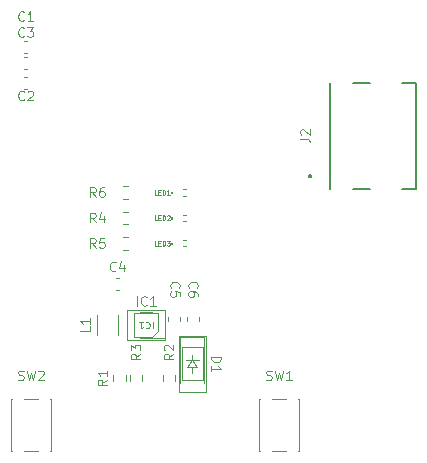
<source format=gbr>
%TF.GenerationSoftware,Flux,Pcbnew,7.0.11-7.0.11~ubuntu20.04.1*%
%TF.CreationDate,2024-08-16T08:07:52+00:00*%
%TF.ProjectId,input,696e7075-742e-46b6-9963-61645f706362,rev?*%
%TF.SameCoordinates,Original*%
%TF.FileFunction,Legend,Top*%
%TF.FilePolarity,Positive*%
%FSLAX46Y46*%
G04 Gerber Fmt 4.6, Leading zero omitted, Abs format (unit mm)*
G04 Filename: betterflipperzero*
G04 Build it with Flux! Visit our site at: https://www.flux.ai (PCBNEW 7.0.11-7.0.11~ubuntu20.04.1) date 2024-08-16 08:07:52*
%MOMM*%
%LPD*%
G01*
G04 APERTURE LIST*
%ADD10C,0.095000*%
%ADD11C,0.047500*%
%ADD12C,0.066500*%
%ADD13C,0.120000*%
%ADD14C,0.100000*%
%ADD15C,0.050000*%
%ADD16C,0.200000*%
%ADD17C,0.127000*%
G04 APERTURE END LIST*
D10*
X30275332Y-34085867D02*
X30237237Y-34047771D01*
X30237237Y-34047771D02*
X30199141Y-33933486D01*
X30199141Y-33933486D02*
X30199141Y-33857295D01*
X30199141Y-33857295D02*
X30237237Y-33743009D01*
X30237237Y-33743009D02*
X30313427Y-33666819D01*
X30313427Y-33666819D02*
X30389617Y-33628724D01*
X30389617Y-33628724D02*
X30541998Y-33590628D01*
X30541998Y-33590628D02*
X30656284Y-33590628D01*
X30656284Y-33590628D02*
X30808665Y-33628724D01*
X30808665Y-33628724D02*
X30884856Y-33666819D01*
X30884856Y-33666819D02*
X30961046Y-33743009D01*
X30961046Y-33743009D02*
X30999141Y-33857295D01*
X30999141Y-33857295D02*
X30999141Y-33933486D01*
X30999141Y-33933486D02*
X30961046Y-34047771D01*
X30961046Y-34047771D02*
X30922951Y-34085867D01*
X30999141Y-34771581D02*
X30999141Y-34619200D01*
X30999141Y-34619200D02*
X30961046Y-34543009D01*
X30961046Y-34543009D02*
X30922951Y-34504914D01*
X30922951Y-34504914D02*
X30808665Y-34428724D01*
X30808665Y-34428724D02*
X30656284Y-34390628D01*
X30656284Y-34390628D02*
X30351522Y-34390628D01*
X30351522Y-34390628D02*
X30275332Y-34428724D01*
X30275332Y-34428724D02*
X30237237Y-34466819D01*
X30237237Y-34466819D02*
X30199141Y-34543009D01*
X30199141Y-34543009D02*
X30199141Y-34695390D01*
X30199141Y-34695390D02*
X30237237Y-34771581D01*
X30237237Y-34771581D02*
X30275332Y-34809676D01*
X30275332Y-34809676D02*
X30351522Y-34847771D01*
X30351522Y-34847771D02*
X30541998Y-34847771D01*
X30541998Y-34847771D02*
X30618189Y-34809676D01*
X30618189Y-34809676D02*
X30656284Y-34771581D01*
X30656284Y-34771581D02*
X30694379Y-34695390D01*
X30694379Y-34695390D02*
X30694379Y-34543009D01*
X30694379Y-34543009D02*
X30656284Y-34466819D01*
X30656284Y-34466819D02*
X30618189Y-34428724D01*
X30618189Y-34428724D02*
X30541998Y-34390628D01*
X16280967Y-12758164D02*
X16242871Y-12796260D01*
X16242871Y-12796260D02*
X16128586Y-12834355D01*
X16128586Y-12834355D02*
X16052395Y-12834355D01*
X16052395Y-12834355D02*
X15938109Y-12796260D01*
X15938109Y-12796260D02*
X15861919Y-12720069D01*
X15861919Y-12720069D02*
X15823824Y-12643879D01*
X15823824Y-12643879D02*
X15785728Y-12491498D01*
X15785728Y-12491498D02*
X15785728Y-12377212D01*
X15785728Y-12377212D02*
X15823824Y-12224831D01*
X15823824Y-12224831D02*
X15861919Y-12148640D01*
X15861919Y-12148640D02*
X15938109Y-12072450D01*
X15938109Y-12072450D02*
X16052395Y-12034355D01*
X16052395Y-12034355D02*
X16128586Y-12034355D01*
X16128586Y-12034355D02*
X16242871Y-12072450D01*
X16242871Y-12072450D02*
X16280967Y-12110545D01*
X16547633Y-12034355D02*
X17042871Y-12034355D01*
X17042871Y-12034355D02*
X16776205Y-12339117D01*
X16776205Y-12339117D02*
X16890490Y-12339117D01*
X16890490Y-12339117D02*
X16966681Y-12377212D01*
X16966681Y-12377212D02*
X17004776Y-12415307D01*
X17004776Y-12415307D02*
X17042871Y-12491498D01*
X17042871Y-12491498D02*
X17042871Y-12681974D01*
X17042871Y-12681974D02*
X17004776Y-12758164D01*
X17004776Y-12758164D02*
X16966681Y-12796260D01*
X16966681Y-12796260D02*
X16890490Y-12834355D01*
X16890490Y-12834355D02*
X16661919Y-12834355D01*
X16661919Y-12834355D02*
X16585728Y-12796260D01*
X16585728Y-12796260D02*
X16547633Y-12758164D01*
X23299455Y-41852537D02*
X22918502Y-42119204D01*
X23299455Y-42309680D02*
X22499455Y-42309680D01*
X22499455Y-42309680D02*
X22499455Y-42004918D01*
X22499455Y-42004918D02*
X22537550Y-41928728D01*
X22537550Y-41928728D02*
X22575645Y-41890633D01*
X22575645Y-41890633D02*
X22651836Y-41852537D01*
X22651836Y-41852537D02*
X22766121Y-41852537D01*
X22766121Y-41852537D02*
X22842312Y-41890633D01*
X22842312Y-41890633D02*
X22880407Y-41928728D01*
X22880407Y-41928728D02*
X22918502Y-42004918D01*
X22918502Y-42004918D02*
X22918502Y-42309680D01*
X23299455Y-41090633D02*
X23299455Y-41547776D01*
X23299455Y-41319204D02*
X22499455Y-41319204D01*
X22499455Y-41319204D02*
X22613740Y-41395395D01*
X22613740Y-41395395D02*
X22689931Y-41471585D01*
X22689931Y-41471585D02*
X22728026Y-41547776D01*
X28929447Y-39652532D02*
X28548494Y-39919199D01*
X28929447Y-40109675D02*
X28129447Y-40109675D01*
X28129447Y-40109675D02*
X28129447Y-39804913D01*
X28129447Y-39804913D02*
X28167542Y-39728723D01*
X28167542Y-39728723D02*
X28205637Y-39690628D01*
X28205637Y-39690628D02*
X28281828Y-39652532D01*
X28281828Y-39652532D02*
X28396113Y-39652532D01*
X28396113Y-39652532D02*
X28472304Y-39690628D01*
X28472304Y-39690628D02*
X28510399Y-39728723D01*
X28510399Y-39728723D02*
X28548494Y-39804913D01*
X28548494Y-39804913D02*
X28548494Y-40109675D01*
X28205637Y-39347771D02*
X28167542Y-39309675D01*
X28167542Y-39309675D02*
X28129447Y-39233485D01*
X28129447Y-39233485D02*
X28129447Y-39043009D01*
X28129447Y-39043009D02*
X28167542Y-38966818D01*
X28167542Y-38966818D02*
X28205637Y-38928723D01*
X28205637Y-38928723D02*
X28281828Y-38890628D01*
X28281828Y-38890628D02*
X28358018Y-38890628D01*
X28358018Y-38890628D02*
X28472304Y-38928723D01*
X28472304Y-38928723D02*
X28929447Y-39385866D01*
X28929447Y-39385866D02*
X28929447Y-38890628D01*
X32149144Y-39928722D02*
X32949144Y-39928722D01*
X32949144Y-39928722D02*
X32949144Y-40119198D01*
X32949144Y-40119198D02*
X32911049Y-40233484D01*
X32911049Y-40233484D02*
X32834859Y-40309674D01*
X32834859Y-40309674D02*
X32758668Y-40347769D01*
X32758668Y-40347769D02*
X32606287Y-40385865D01*
X32606287Y-40385865D02*
X32492001Y-40385865D01*
X32492001Y-40385865D02*
X32339620Y-40347769D01*
X32339620Y-40347769D02*
X32263430Y-40309674D01*
X32263430Y-40309674D02*
X32187240Y-40233484D01*
X32187240Y-40233484D02*
X32149144Y-40119198D01*
X32149144Y-40119198D02*
X32149144Y-39928722D01*
X32149144Y-41147769D02*
X32149144Y-40690626D01*
X32149144Y-40919198D02*
X32949144Y-40919198D01*
X32949144Y-40919198D02*
X32834859Y-40843007D01*
X32834859Y-40843007D02*
X32758668Y-40766817D01*
X32758668Y-40766817D02*
X32720573Y-40690626D01*
X32149144Y-39928722D02*
X32949144Y-39928722D01*
X32949144Y-39928722D02*
X32949144Y-40119198D01*
X32949144Y-40119198D02*
X32911049Y-40233484D01*
X32911049Y-40233484D02*
X32834859Y-40309674D01*
X32834859Y-40309674D02*
X32758668Y-40347769D01*
X32758668Y-40347769D02*
X32606287Y-40385865D01*
X32606287Y-40385865D02*
X32492001Y-40385865D01*
X32492001Y-40385865D02*
X32339620Y-40347769D01*
X32339620Y-40347769D02*
X32263430Y-40309674D01*
X32263430Y-40309674D02*
X32187240Y-40233484D01*
X32187240Y-40233484D02*
X32149144Y-40119198D01*
X32149144Y-40119198D02*
X32149144Y-39928722D01*
X32149144Y-41147769D02*
X32149144Y-40690626D01*
X32149144Y-40919198D02*
X32949144Y-40919198D01*
X32949144Y-40919198D02*
X32834859Y-40843007D01*
X32834859Y-40843007D02*
X32758668Y-40766817D01*
X32758668Y-40766817D02*
X32720573Y-40690626D01*
X21829455Y-37352540D02*
X21829455Y-37733492D01*
X21829455Y-37733492D02*
X21029455Y-37733492D01*
X21829455Y-36666826D02*
X21829455Y-37123969D01*
X21829455Y-36895397D02*
X21029455Y-36895397D01*
X21029455Y-36895397D02*
X21143740Y-36971588D01*
X21143740Y-36971588D02*
X21219931Y-37047778D01*
X21219931Y-37047778D02*
X21258026Y-37123969D01*
D11*
X27516681Y-26201777D02*
X27326205Y-26201777D01*
X27326205Y-26201777D02*
X27326205Y-25801777D01*
X27650015Y-25992253D02*
X27783348Y-25992253D01*
X27840491Y-26201777D02*
X27650015Y-26201777D01*
X27650015Y-26201777D02*
X27650015Y-25801777D01*
X27650015Y-25801777D02*
X27840491Y-25801777D01*
X28011920Y-26201777D02*
X28011920Y-25801777D01*
X28011920Y-25801777D02*
X28107158Y-25801777D01*
X28107158Y-25801777D02*
X28164301Y-25820825D01*
X28164301Y-25820825D02*
X28202396Y-25858920D01*
X28202396Y-25858920D02*
X28221443Y-25897015D01*
X28221443Y-25897015D02*
X28240491Y-25973206D01*
X28240491Y-25973206D02*
X28240491Y-26030349D01*
X28240491Y-26030349D02*
X28221443Y-26106539D01*
X28221443Y-26106539D02*
X28202396Y-26144634D01*
X28202396Y-26144634D02*
X28164301Y-26182730D01*
X28164301Y-26182730D02*
X28107158Y-26201777D01*
X28107158Y-26201777D02*
X28011920Y-26201777D01*
X28621443Y-26201777D02*
X28392872Y-26201777D01*
X28507158Y-26201777D02*
X28507158Y-25801777D01*
X28507158Y-25801777D02*
X28469062Y-25858920D01*
X28469062Y-25858920D02*
X28430967Y-25897015D01*
X28430967Y-25897015D02*
X28392872Y-25916063D01*
D10*
X24030971Y-32578164D02*
X23992875Y-32616260D01*
X23992875Y-32616260D02*
X23878590Y-32654355D01*
X23878590Y-32654355D02*
X23802399Y-32654355D01*
X23802399Y-32654355D02*
X23688113Y-32616260D01*
X23688113Y-32616260D02*
X23611923Y-32540069D01*
X23611923Y-32540069D02*
X23573828Y-32463879D01*
X23573828Y-32463879D02*
X23535732Y-32311498D01*
X23535732Y-32311498D02*
X23535732Y-32197212D01*
X23535732Y-32197212D02*
X23573828Y-32044831D01*
X23573828Y-32044831D02*
X23611923Y-31968640D01*
X23611923Y-31968640D02*
X23688113Y-31892450D01*
X23688113Y-31892450D02*
X23802399Y-31854355D01*
X23802399Y-31854355D02*
X23878590Y-31854355D01*
X23878590Y-31854355D02*
X23992875Y-31892450D01*
X23992875Y-31892450D02*
X24030971Y-31930545D01*
X24716685Y-32121021D02*
X24716685Y-32654355D01*
X24526209Y-31816260D02*
X24335732Y-32387688D01*
X24335732Y-32387688D02*
X24830971Y-32387688D01*
D11*
X27516681Y-28351777D02*
X27326205Y-28351777D01*
X27326205Y-28351777D02*
X27326205Y-27951777D01*
X27650015Y-28142253D02*
X27783348Y-28142253D01*
X27840491Y-28351777D02*
X27650015Y-28351777D01*
X27650015Y-28351777D02*
X27650015Y-27951777D01*
X27650015Y-27951777D02*
X27840491Y-27951777D01*
X28011920Y-28351777D02*
X28011920Y-27951777D01*
X28011920Y-27951777D02*
X28107158Y-27951777D01*
X28107158Y-27951777D02*
X28164301Y-27970825D01*
X28164301Y-27970825D02*
X28202396Y-28008920D01*
X28202396Y-28008920D02*
X28221443Y-28047015D01*
X28221443Y-28047015D02*
X28240491Y-28123206D01*
X28240491Y-28123206D02*
X28240491Y-28180349D01*
X28240491Y-28180349D02*
X28221443Y-28256539D01*
X28221443Y-28256539D02*
X28202396Y-28294634D01*
X28202396Y-28294634D02*
X28164301Y-28332730D01*
X28164301Y-28332730D02*
X28107158Y-28351777D01*
X28107158Y-28351777D02*
X28011920Y-28351777D01*
X28392872Y-27989872D02*
X28411920Y-27970825D01*
X28411920Y-27970825D02*
X28450015Y-27951777D01*
X28450015Y-27951777D02*
X28545253Y-27951777D01*
X28545253Y-27951777D02*
X28583348Y-27970825D01*
X28583348Y-27970825D02*
X28602396Y-27989872D01*
X28602396Y-27989872D02*
X28621443Y-28027968D01*
X28621443Y-28027968D02*
X28621443Y-28066063D01*
X28621443Y-28066063D02*
X28602396Y-28123206D01*
X28602396Y-28123206D02*
X28373824Y-28351777D01*
X28373824Y-28351777D02*
X28621443Y-28351777D01*
D10*
X22330967Y-30684355D02*
X22064300Y-30303402D01*
X21873824Y-30684355D02*
X21873824Y-29884355D01*
X21873824Y-29884355D02*
X22178586Y-29884355D01*
X22178586Y-29884355D02*
X22254776Y-29922450D01*
X22254776Y-29922450D02*
X22292871Y-29960545D01*
X22292871Y-29960545D02*
X22330967Y-30036736D01*
X22330967Y-30036736D02*
X22330967Y-30151021D01*
X22330967Y-30151021D02*
X22292871Y-30227212D01*
X22292871Y-30227212D02*
X22254776Y-30265307D01*
X22254776Y-30265307D02*
X22178586Y-30303402D01*
X22178586Y-30303402D02*
X21873824Y-30303402D01*
X23054776Y-29884355D02*
X22673824Y-29884355D01*
X22673824Y-29884355D02*
X22635728Y-30265307D01*
X22635728Y-30265307D02*
X22673824Y-30227212D01*
X22673824Y-30227212D02*
X22750014Y-30189117D01*
X22750014Y-30189117D02*
X22940490Y-30189117D01*
X22940490Y-30189117D02*
X23016681Y-30227212D01*
X23016681Y-30227212D02*
X23054776Y-30265307D01*
X23054776Y-30265307D02*
X23092871Y-30341498D01*
X23092871Y-30341498D02*
X23092871Y-30531974D01*
X23092871Y-30531974D02*
X23054776Y-30608164D01*
X23054776Y-30608164D02*
X23016681Y-30646260D01*
X23016681Y-30646260D02*
X22940490Y-30684355D01*
X22940490Y-30684355D02*
X22750014Y-30684355D01*
X22750014Y-30684355D02*
X22673824Y-30646260D01*
X22673824Y-30646260D02*
X22635728Y-30608164D01*
X28725332Y-34085867D02*
X28687237Y-34047771D01*
X28687237Y-34047771D02*
X28649141Y-33933486D01*
X28649141Y-33933486D02*
X28649141Y-33857295D01*
X28649141Y-33857295D02*
X28687237Y-33743009D01*
X28687237Y-33743009D02*
X28763427Y-33666819D01*
X28763427Y-33666819D02*
X28839617Y-33628724D01*
X28839617Y-33628724D02*
X28991998Y-33590628D01*
X28991998Y-33590628D02*
X29106284Y-33590628D01*
X29106284Y-33590628D02*
X29258665Y-33628724D01*
X29258665Y-33628724D02*
X29334856Y-33666819D01*
X29334856Y-33666819D02*
X29411046Y-33743009D01*
X29411046Y-33743009D02*
X29449141Y-33857295D01*
X29449141Y-33857295D02*
X29449141Y-33933486D01*
X29449141Y-33933486D02*
X29411046Y-34047771D01*
X29411046Y-34047771D02*
X29372951Y-34085867D01*
X29449141Y-34809676D02*
X29449141Y-34428724D01*
X29449141Y-34428724D02*
X29068189Y-34390628D01*
X29068189Y-34390628D02*
X29106284Y-34428724D01*
X29106284Y-34428724D02*
X29144379Y-34504914D01*
X29144379Y-34504914D02*
X29144379Y-34695390D01*
X29144379Y-34695390D02*
X29106284Y-34771581D01*
X29106284Y-34771581D02*
X29068189Y-34809676D01*
X29068189Y-34809676D02*
X28991998Y-34847771D01*
X28991998Y-34847771D02*
X28801522Y-34847771D01*
X28801522Y-34847771D02*
X28725332Y-34809676D01*
X28725332Y-34809676D02*
X28687237Y-34771581D01*
X28687237Y-34771581D02*
X28649141Y-34695390D01*
X28649141Y-34695390D02*
X28649141Y-34504914D01*
X28649141Y-34504914D02*
X28687237Y-34428724D01*
X28687237Y-34428724D02*
X28725332Y-34390628D01*
X22330967Y-28534355D02*
X22064300Y-28153402D01*
X21873824Y-28534355D02*
X21873824Y-27734355D01*
X21873824Y-27734355D02*
X22178586Y-27734355D01*
X22178586Y-27734355D02*
X22254776Y-27772450D01*
X22254776Y-27772450D02*
X22292871Y-27810545D01*
X22292871Y-27810545D02*
X22330967Y-27886736D01*
X22330967Y-27886736D02*
X22330967Y-28001021D01*
X22330967Y-28001021D02*
X22292871Y-28077212D01*
X22292871Y-28077212D02*
X22254776Y-28115307D01*
X22254776Y-28115307D02*
X22178586Y-28153402D01*
X22178586Y-28153402D02*
X21873824Y-28153402D01*
X23016681Y-28001021D02*
X23016681Y-28534355D01*
X22826205Y-27696260D02*
X22635728Y-28267688D01*
X22635728Y-28267688D02*
X23130967Y-28267688D01*
D12*
X27160966Y-36963591D02*
X27160966Y-37523591D01*
X26574299Y-37016924D02*
X26600966Y-36990258D01*
X26600966Y-36990258D02*
X26680966Y-36963591D01*
X26680966Y-36963591D02*
X26734299Y-36963591D01*
X26734299Y-36963591D02*
X26814299Y-36990258D01*
X26814299Y-36990258D02*
X26867633Y-37043591D01*
X26867633Y-37043591D02*
X26894299Y-37096924D01*
X26894299Y-37096924D02*
X26920966Y-37203591D01*
X26920966Y-37203591D02*
X26920966Y-37283591D01*
X26920966Y-37283591D02*
X26894299Y-37390258D01*
X26894299Y-37390258D02*
X26867633Y-37443591D01*
X26867633Y-37443591D02*
X26814299Y-37496924D01*
X26814299Y-37496924D02*
X26734299Y-37523591D01*
X26734299Y-37523591D02*
X26680966Y-37523591D01*
X26680966Y-37523591D02*
X26600966Y-37496924D01*
X26600966Y-37496924D02*
X26574299Y-37470258D01*
X26040966Y-36963591D02*
X26360966Y-36963591D01*
X26200966Y-36963591D02*
X26200966Y-37523591D01*
X26200966Y-37523591D02*
X26254299Y-37443591D01*
X26254299Y-37443591D02*
X26307633Y-37390258D01*
X26307633Y-37390258D02*
X26360966Y-37363591D01*
D10*
X25833353Y-35584355D02*
X25833353Y-34784355D01*
X26671448Y-35508164D02*
X26633352Y-35546260D01*
X26633352Y-35546260D02*
X26519067Y-35584355D01*
X26519067Y-35584355D02*
X26442876Y-35584355D01*
X26442876Y-35584355D02*
X26328590Y-35546260D01*
X26328590Y-35546260D02*
X26252400Y-35470069D01*
X26252400Y-35470069D02*
X26214305Y-35393879D01*
X26214305Y-35393879D02*
X26176209Y-35241498D01*
X26176209Y-35241498D02*
X26176209Y-35127212D01*
X26176209Y-35127212D02*
X26214305Y-34974831D01*
X26214305Y-34974831D02*
X26252400Y-34898640D01*
X26252400Y-34898640D02*
X26328590Y-34822450D01*
X26328590Y-34822450D02*
X26442876Y-34784355D01*
X26442876Y-34784355D02*
X26519067Y-34784355D01*
X26519067Y-34784355D02*
X26633352Y-34822450D01*
X26633352Y-34822450D02*
X26671448Y-34860545D01*
X27433352Y-35584355D02*
X26976209Y-35584355D01*
X27204781Y-35584355D02*
X27204781Y-34784355D01*
X27204781Y-34784355D02*
X27128590Y-34898640D01*
X27128590Y-34898640D02*
X27052400Y-34974831D01*
X27052400Y-34974831D02*
X26976209Y-35012926D01*
X22330967Y-26384355D02*
X22064300Y-26003402D01*
X21873824Y-26384355D02*
X21873824Y-25584355D01*
X21873824Y-25584355D02*
X22178586Y-25584355D01*
X22178586Y-25584355D02*
X22254776Y-25622450D01*
X22254776Y-25622450D02*
X22292871Y-25660545D01*
X22292871Y-25660545D02*
X22330967Y-25736736D01*
X22330967Y-25736736D02*
X22330967Y-25851021D01*
X22330967Y-25851021D02*
X22292871Y-25927212D01*
X22292871Y-25927212D02*
X22254776Y-25965307D01*
X22254776Y-25965307D02*
X22178586Y-26003402D01*
X22178586Y-26003402D02*
X21873824Y-26003402D01*
X23016681Y-25584355D02*
X22864300Y-25584355D01*
X22864300Y-25584355D02*
X22788109Y-25622450D01*
X22788109Y-25622450D02*
X22750014Y-25660545D01*
X22750014Y-25660545D02*
X22673824Y-25774831D01*
X22673824Y-25774831D02*
X22635728Y-25927212D01*
X22635728Y-25927212D02*
X22635728Y-26231974D01*
X22635728Y-26231974D02*
X22673824Y-26308164D01*
X22673824Y-26308164D02*
X22711919Y-26346260D01*
X22711919Y-26346260D02*
X22788109Y-26384355D01*
X22788109Y-26384355D02*
X22940490Y-26384355D01*
X22940490Y-26384355D02*
X23016681Y-26346260D01*
X23016681Y-26346260D02*
X23054776Y-26308164D01*
X23054776Y-26308164D02*
X23092871Y-26231974D01*
X23092871Y-26231974D02*
X23092871Y-26041498D01*
X23092871Y-26041498D02*
X23054776Y-25965307D01*
X23054776Y-25965307D02*
X23016681Y-25927212D01*
X23016681Y-25927212D02*
X22940490Y-25889117D01*
X22940490Y-25889117D02*
X22788109Y-25889117D01*
X22788109Y-25889117D02*
X22711919Y-25927212D01*
X22711919Y-25927212D02*
X22673824Y-25965307D01*
X22673824Y-25965307D02*
X22635728Y-26041498D01*
X39658355Y-21470491D02*
X40229783Y-21470491D01*
X40229783Y-21470491D02*
X40344069Y-21508586D01*
X40344069Y-21508586D02*
X40420260Y-21584777D01*
X40420260Y-21584777D02*
X40458355Y-21699062D01*
X40458355Y-21699062D02*
X40458355Y-21775253D01*
X39734545Y-21127634D02*
X39696450Y-21089538D01*
X39696450Y-21089538D02*
X39658355Y-21013348D01*
X39658355Y-21013348D02*
X39658355Y-20822872D01*
X39658355Y-20822872D02*
X39696450Y-20746681D01*
X39696450Y-20746681D02*
X39734545Y-20708586D01*
X39734545Y-20708586D02*
X39810736Y-20670491D01*
X39810736Y-20670491D02*
X39886926Y-20670491D01*
X39886926Y-20670491D02*
X40001212Y-20708586D01*
X40001212Y-20708586D02*
X40458355Y-21165729D01*
X40458355Y-21165729D02*
X40458355Y-20670491D01*
X15797628Y-41846260D02*
X15911914Y-41884355D01*
X15911914Y-41884355D02*
X16102390Y-41884355D01*
X16102390Y-41884355D02*
X16178581Y-41846260D01*
X16178581Y-41846260D02*
X16216676Y-41808164D01*
X16216676Y-41808164D02*
X16254771Y-41731974D01*
X16254771Y-41731974D02*
X16254771Y-41655783D01*
X16254771Y-41655783D02*
X16216676Y-41579593D01*
X16216676Y-41579593D02*
X16178581Y-41541498D01*
X16178581Y-41541498D02*
X16102390Y-41503402D01*
X16102390Y-41503402D02*
X15950009Y-41465307D01*
X15950009Y-41465307D02*
X15873819Y-41427212D01*
X15873819Y-41427212D02*
X15835724Y-41389117D01*
X15835724Y-41389117D02*
X15797628Y-41312926D01*
X15797628Y-41312926D02*
X15797628Y-41236736D01*
X15797628Y-41236736D02*
X15835724Y-41160545D01*
X15835724Y-41160545D02*
X15873819Y-41122450D01*
X15873819Y-41122450D02*
X15950009Y-41084355D01*
X15950009Y-41084355D02*
X16140486Y-41084355D01*
X16140486Y-41084355D02*
X16254771Y-41122450D01*
X16521438Y-41084355D02*
X16711914Y-41884355D01*
X16711914Y-41884355D02*
X16864295Y-41312926D01*
X16864295Y-41312926D02*
X17016676Y-41884355D01*
X17016676Y-41884355D02*
X17207153Y-41084355D01*
X17473819Y-41160545D02*
X17511915Y-41122450D01*
X17511915Y-41122450D02*
X17588105Y-41084355D01*
X17588105Y-41084355D02*
X17778581Y-41084355D01*
X17778581Y-41084355D02*
X17854772Y-41122450D01*
X17854772Y-41122450D02*
X17892867Y-41160545D01*
X17892867Y-41160545D02*
X17930962Y-41236736D01*
X17930962Y-41236736D02*
X17930962Y-41312926D01*
X17930962Y-41312926D02*
X17892867Y-41427212D01*
X17892867Y-41427212D02*
X17435724Y-41884355D01*
X17435724Y-41884355D02*
X17930962Y-41884355D01*
X26129447Y-39652532D02*
X25748494Y-39919199D01*
X26129447Y-40109675D02*
X25329447Y-40109675D01*
X25329447Y-40109675D02*
X25329447Y-39804913D01*
X25329447Y-39804913D02*
X25367542Y-39728723D01*
X25367542Y-39728723D02*
X25405637Y-39690628D01*
X25405637Y-39690628D02*
X25481828Y-39652532D01*
X25481828Y-39652532D02*
X25596113Y-39652532D01*
X25596113Y-39652532D02*
X25672304Y-39690628D01*
X25672304Y-39690628D02*
X25710399Y-39728723D01*
X25710399Y-39728723D02*
X25748494Y-39804913D01*
X25748494Y-39804913D02*
X25748494Y-40109675D01*
X25329447Y-39385866D02*
X25329447Y-38890628D01*
X25329447Y-38890628D02*
X25634209Y-39157294D01*
X25634209Y-39157294D02*
X25634209Y-39043009D01*
X25634209Y-39043009D02*
X25672304Y-38966818D01*
X25672304Y-38966818D02*
X25710399Y-38928723D01*
X25710399Y-38928723D02*
X25786590Y-38890628D01*
X25786590Y-38890628D02*
X25977066Y-38890628D01*
X25977066Y-38890628D02*
X26053256Y-38928723D01*
X26053256Y-38928723D02*
X26091352Y-38966818D01*
X26091352Y-38966818D02*
X26129447Y-39043009D01*
X26129447Y-39043009D02*
X26129447Y-39271580D01*
X26129447Y-39271580D02*
X26091352Y-39347771D01*
X26091352Y-39347771D02*
X26053256Y-39385866D01*
X36797628Y-41846260D02*
X36911914Y-41884355D01*
X36911914Y-41884355D02*
X37102390Y-41884355D01*
X37102390Y-41884355D02*
X37178581Y-41846260D01*
X37178581Y-41846260D02*
X37216676Y-41808164D01*
X37216676Y-41808164D02*
X37254771Y-41731974D01*
X37254771Y-41731974D02*
X37254771Y-41655783D01*
X37254771Y-41655783D02*
X37216676Y-41579593D01*
X37216676Y-41579593D02*
X37178581Y-41541498D01*
X37178581Y-41541498D02*
X37102390Y-41503402D01*
X37102390Y-41503402D02*
X36950009Y-41465307D01*
X36950009Y-41465307D02*
X36873819Y-41427212D01*
X36873819Y-41427212D02*
X36835724Y-41389117D01*
X36835724Y-41389117D02*
X36797628Y-41312926D01*
X36797628Y-41312926D02*
X36797628Y-41236736D01*
X36797628Y-41236736D02*
X36835724Y-41160545D01*
X36835724Y-41160545D02*
X36873819Y-41122450D01*
X36873819Y-41122450D02*
X36950009Y-41084355D01*
X36950009Y-41084355D02*
X37140486Y-41084355D01*
X37140486Y-41084355D02*
X37254771Y-41122450D01*
X37521438Y-41084355D02*
X37711914Y-41884355D01*
X37711914Y-41884355D02*
X37864295Y-41312926D01*
X37864295Y-41312926D02*
X38016676Y-41884355D01*
X38016676Y-41884355D02*
X38207153Y-41084355D01*
X38930962Y-41884355D02*
X38473819Y-41884355D01*
X38702391Y-41884355D02*
X38702391Y-41084355D01*
X38702391Y-41084355D02*
X38626200Y-41198640D01*
X38626200Y-41198640D02*
X38550010Y-41274831D01*
X38550010Y-41274831D02*
X38473819Y-41312926D01*
X16280967Y-11408164D02*
X16242871Y-11446260D01*
X16242871Y-11446260D02*
X16128586Y-11484355D01*
X16128586Y-11484355D02*
X16052395Y-11484355D01*
X16052395Y-11484355D02*
X15938109Y-11446260D01*
X15938109Y-11446260D02*
X15861919Y-11370069D01*
X15861919Y-11370069D02*
X15823824Y-11293879D01*
X15823824Y-11293879D02*
X15785728Y-11141498D01*
X15785728Y-11141498D02*
X15785728Y-11027212D01*
X15785728Y-11027212D02*
X15823824Y-10874831D01*
X15823824Y-10874831D02*
X15861919Y-10798640D01*
X15861919Y-10798640D02*
X15938109Y-10722450D01*
X15938109Y-10722450D02*
X16052395Y-10684355D01*
X16052395Y-10684355D02*
X16128586Y-10684355D01*
X16128586Y-10684355D02*
X16242871Y-10722450D01*
X16242871Y-10722450D02*
X16280967Y-10760545D01*
X17042871Y-11484355D02*
X16585728Y-11484355D01*
X16814300Y-11484355D02*
X16814300Y-10684355D01*
X16814300Y-10684355D02*
X16738109Y-10798640D01*
X16738109Y-10798640D02*
X16661919Y-10874831D01*
X16661919Y-10874831D02*
X16585728Y-10912926D01*
X16280967Y-18108164D02*
X16242871Y-18146260D01*
X16242871Y-18146260D02*
X16128586Y-18184355D01*
X16128586Y-18184355D02*
X16052395Y-18184355D01*
X16052395Y-18184355D02*
X15938109Y-18146260D01*
X15938109Y-18146260D02*
X15861919Y-18070069D01*
X15861919Y-18070069D02*
X15823824Y-17993879D01*
X15823824Y-17993879D02*
X15785728Y-17841498D01*
X15785728Y-17841498D02*
X15785728Y-17727212D01*
X15785728Y-17727212D02*
X15823824Y-17574831D01*
X15823824Y-17574831D02*
X15861919Y-17498640D01*
X15861919Y-17498640D02*
X15938109Y-17422450D01*
X15938109Y-17422450D02*
X16052395Y-17384355D01*
X16052395Y-17384355D02*
X16128586Y-17384355D01*
X16128586Y-17384355D02*
X16242871Y-17422450D01*
X16242871Y-17422450D02*
X16280967Y-17460545D01*
X16585728Y-17460545D02*
X16623824Y-17422450D01*
X16623824Y-17422450D02*
X16700014Y-17384355D01*
X16700014Y-17384355D02*
X16890490Y-17384355D01*
X16890490Y-17384355D02*
X16966681Y-17422450D01*
X16966681Y-17422450D02*
X17004776Y-17460545D01*
X17004776Y-17460545D02*
X17042871Y-17536736D01*
X17042871Y-17536736D02*
X17042871Y-17612926D01*
X17042871Y-17612926D02*
X17004776Y-17727212D01*
X17004776Y-17727212D02*
X16547633Y-18184355D01*
X16547633Y-18184355D02*
X17042871Y-18184355D01*
D11*
X27516681Y-30501777D02*
X27326205Y-30501777D01*
X27326205Y-30501777D02*
X27326205Y-30101777D01*
X27650015Y-30292253D02*
X27783348Y-30292253D01*
X27840491Y-30501777D02*
X27650015Y-30501777D01*
X27650015Y-30501777D02*
X27650015Y-30101777D01*
X27650015Y-30101777D02*
X27840491Y-30101777D01*
X28011920Y-30501777D02*
X28011920Y-30101777D01*
X28011920Y-30101777D02*
X28107158Y-30101777D01*
X28107158Y-30101777D02*
X28164301Y-30120825D01*
X28164301Y-30120825D02*
X28202396Y-30158920D01*
X28202396Y-30158920D02*
X28221443Y-30197015D01*
X28221443Y-30197015D02*
X28240491Y-30273206D01*
X28240491Y-30273206D02*
X28240491Y-30330349D01*
X28240491Y-30330349D02*
X28221443Y-30406539D01*
X28221443Y-30406539D02*
X28202396Y-30444634D01*
X28202396Y-30444634D02*
X28164301Y-30482730D01*
X28164301Y-30482730D02*
X28107158Y-30501777D01*
X28107158Y-30501777D02*
X28011920Y-30501777D01*
X28373824Y-30101777D02*
X28621443Y-30101777D01*
X28621443Y-30101777D02*
X28488110Y-30254158D01*
X28488110Y-30254158D02*
X28545253Y-30254158D01*
X28545253Y-30254158D02*
X28583348Y-30273206D01*
X28583348Y-30273206D02*
X28602396Y-30292253D01*
X28602396Y-30292253D02*
X28621443Y-30330349D01*
X28621443Y-30330349D02*
X28621443Y-30425587D01*
X28621443Y-30425587D02*
X28602396Y-30463682D01*
X28602396Y-30463682D02*
X28583348Y-30482730D01*
X28583348Y-30482730D02*
X28545253Y-30501777D01*
X28545253Y-30501777D02*
X28430967Y-30501777D01*
X28430967Y-30501777D02*
X28392872Y-30482730D01*
X28392872Y-30482730D02*
X28373824Y-30463682D01*
D13*
%TO.C,*%
X31074300Y-36578599D02*
X31074300Y-36859799D01*
X30054300Y-36578601D02*
X30054300Y-36859801D01*
X16273700Y-14559200D02*
X16554900Y-14559200D01*
X16273700Y-15579200D02*
X16554900Y-15579200D01*
X23841801Y-41956502D02*
X23841799Y-41481902D01*
X24886801Y-41956498D02*
X24886799Y-41481898D01*
X28041801Y-41956502D02*
X28041799Y-41481902D01*
X29086801Y-41956498D02*
X29086799Y-41481898D01*
D14*
X30514300Y-40769200D02*
X30514301Y-41269200D01*
X30114300Y-40769200D02*
X30514300Y-40169200D01*
X30914300Y-40769200D02*
X30114300Y-40769200D01*
X30514300Y-40169200D02*
X30914300Y-40769200D01*
X30514300Y-40169200D02*
X29964300Y-40169201D01*
X30514300Y-40169200D02*
X31064300Y-40169199D01*
X30514299Y-39769200D02*
X30514300Y-40169200D01*
X29614299Y-39119201D02*
X31414299Y-39119199D01*
X29614301Y-41919201D02*
X29614299Y-39119201D01*
X31414301Y-41919199D02*
X29614301Y-41919201D01*
X31414299Y-39119199D02*
X31414301Y-41919199D01*
D13*
X31514298Y-38269199D02*
X29514298Y-38269201D01*
D15*
X31664298Y-38169199D02*
X31664302Y-42869199D01*
X31664302Y-42869199D02*
X29364302Y-42869201D01*
X29364302Y-42869201D02*
X29364298Y-38169201D01*
X31664298Y-38169199D02*
X29364298Y-38169201D01*
D13*
X29514298Y-38269201D02*
X29514302Y-42169201D01*
X31514298Y-38269199D02*
X31514302Y-42169199D01*
X24274303Y-38054397D02*
X24274297Y-36383997D01*
X22454303Y-38054403D02*
X22454297Y-36384003D01*
D14*
X29994300Y-25749200D02*
X29754300Y-25749200D01*
X29984300Y-26269200D02*
X29744300Y-26269200D01*
X28824300Y-26019200D02*
X28822596Y-26032141D01*
X28822596Y-26032141D02*
X28817601Y-26044200D01*
X28817601Y-26044200D02*
X28809655Y-26054555D01*
X28809655Y-26054555D02*
X28799300Y-26062501D01*
X28799300Y-26062501D02*
X28787241Y-26067496D01*
X28787241Y-26067496D02*
X28774300Y-26069200D01*
X28774300Y-26069200D02*
X28761359Y-26067496D01*
X28761359Y-26067496D02*
X28749300Y-26062501D01*
X28749300Y-26062501D02*
X28738945Y-26054555D01*
X28738945Y-26054555D02*
X28730999Y-26044200D01*
X28730999Y-26044200D02*
X28726004Y-26032141D01*
X28726004Y-26032141D02*
X28724300Y-26019200D01*
X28724300Y-26019200D02*
X28726004Y-26006259D01*
X28726004Y-26006259D02*
X28730999Y-25994200D01*
X28730999Y-25994200D02*
X28738945Y-25983845D01*
X28738945Y-25983845D02*
X28749300Y-25975899D01*
X28749300Y-25975899D02*
X28761359Y-25970904D01*
X28761359Y-25970904D02*
X28774300Y-25969200D01*
X28774300Y-25969200D02*
X28787241Y-25970904D01*
X28787241Y-25970904D02*
X28799300Y-25975899D01*
X28799300Y-25975899D02*
X28809655Y-25983845D01*
X28809655Y-25983845D02*
X28817601Y-25994200D01*
X28817601Y-25994200D02*
X28822596Y-26006259D01*
X28822596Y-26006259D02*
X28824300Y-26019200D01*
D13*
X24304899Y-34229200D02*
X24023699Y-34229200D01*
X24304901Y-33209200D02*
X24023701Y-33209200D01*
D14*
X29994300Y-27899200D02*
X29754300Y-27899200D01*
X29984300Y-28419200D02*
X29744300Y-28419200D01*
X28824300Y-28169200D02*
X28822596Y-28182141D01*
X28822596Y-28182141D02*
X28817601Y-28194200D01*
X28817601Y-28194200D02*
X28809655Y-28204555D01*
X28809655Y-28204555D02*
X28799300Y-28212501D01*
X28799300Y-28212501D02*
X28787241Y-28217496D01*
X28787241Y-28217496D02*
X28774300Y-28219200D01*
X28774300Y-28219200D02*
X28761359Y-28217496D01*
X28761359Y-28217496D02*
X28749300Y-28212501D01*
X28749300Y-28212501D02*
X28738945Y-28204555D01*
X28738945Y-28204555D02*
X28730999Y-28194200D01*
X28730999Y-28194200D02*
X28726004Y-28182141D01*
X28726004Y-28182141D02*
X28724300Y-28169200D01*
X28724300Y-28169200D02*
X28726004Y-28156259D01*
X28726004Y-28156259D02*
X28730999Y-28144200D01*
X28730999Y-28144200D02*
X28738945Y-28133845D01*
X28738945Y-28133845D02*
X28749300Y-28125899D01*
X28749300Y-28125899D02*
X28761359Y-28120904D01*
X28761359Y-28120904D02*
X28774300Y-28119200D01*
X28774300Y-28119200D02*
X28787241Y-28120904D01*
X28787241Y-28120904D02*
X28799300Y-28125899D01*
X28799300Y-28125899D02*
X28809655Y-28133845D01*
X28809655Y-28133845D02*
X28817601Y-28144200D01*
X28817601Y-28144200D02*
X28822596Y-28156259D01*
X28822596Y-28156259D02*
X28824300Y-28169200D01*
D13*
X24627000Y-29796700D02*
X25101600Y-29796700D01*
X24627000Y-30841700D02*
X25101600Y-30841700D01*
X29524300Y-36578599D02*
X29524300Y-36859799D01*
X28504300Y-36578601D02*
X28504300Y-36859801D01*
X24627000Y-27646700D02*
X25101600Y-27646700D01*
X24627000Y-28691700D02*
X25101600Y-28691700D01*
D14*
X27114297Y-38219201D02*
X27614299Y-37719203D01*
X27614303Y-36219203D02*
X27614299Y-37719203D01*
X25614303Y-36219197D02*
X27614303Y-36219203D01*
X25614297Y-38219197D02*
X25614303Y-36219197D01*
X27114297Y-38219201D02*
X25614297Y-38219197D01*
D15*
X28214297Y-38469204D02*
X28214303Y-35969204D01*
X25014297Y-38469196D02*
X25014303Y-35969196D01*
X28214297Y-38469204D02*
X25014297Y-38469196D01*
X28214303Y-35969204D02*
X25014303Y-35969196D01*
D13*
X26114303Y-36099199D02*
X27114303Y-36099201D01*
X28114297Y-38339204D02*
X26114297Y-38339199D01*
X24627000Y-25496700D02*
X25101600Y-25496700D01*
X24627000Y-26541700D02*
X25101600Y-26541700D01*
D16*
X40500412Y-24529224D02*
X40526294Y-24532631D01*
X40526294Y-24532631D02*
X40550412Y-24542621D01*
X40550412Y-24542621D02*
X40571123Y-24558513D01*
X40571123Y-24558513D02*
X40587015Y-24579223D01*
X40587015Y-24579223D02*
X40597005Y-24603341D01*
X40597005Y-24603341D02*
X40600412Y-24629223D01*
X40600412Y-24629223D02*
X40597005Y-24655105D01*
X40597005Y-24655105D02*
X40587015Y-24679223D01*
X40587015Y-24679223D02*
X40571123Y-24699934D01*
X40571123Y-24699934D02*
X40550413Y-24715826D01*
X40550413Y-24715826D02*
X40526295Y-24725816D01*
X40526295Y-24725816D02*
X40500413Y-24729224D01*
X40500413Y-24729224D02*
X40474531Y-24725816D01*
X40474531Y-24725816D02*
X40450413Y-24715826D01*
X40450413Y-24715826D02*
X40429702Y-24699934D01*
X40429702Y-24699934D02*
X40413810Y-24679224D01*
X40413810Y-24679224D02*
X40403820Y-24655106D01*
X40403820Y-24655106D02*
X40400412Y-24629224D01*
X40400412Y-24629224D02*
X40403820Y-24603342D01*
X40403820Y-24603342D02*
X40413810Y-24579224D01*
X40413810Y-24579224D02*
X40429702Y-24558513D01*
X40429702Y-24558513D02*
X40450412Y-24542621D01*
X40450412Y-24542621D02*
X40474530Y-24532631D01*
X40474530Y-24532631D02*
X40500412Y-24529224D01*
D17*
X42200384Y-16759217D02*
X42200416Y-25699217D01*
X49500416Y-25699190D02*
X49500384Y-16759190D01*
D16*
X40500412Y-24529224D02*
X40526294Y-24532631D01*
X40526294Y-24532631D02*
X40550412Y-24542621D01*
X40550412Y-24542621D02*
X40571123Y-24558513D01*
X40571123Y-24558513D02*
X40587015Y-24579223D01*
X40587015Y-24579223D02*
X40597005Y-24603341D01*
X40597005Y-24603341D02*
X40600412Y-24629223D01*
X40600412Y-24629223D02*
X40597005Y-24655105D01*
X40597005Y-24655105D02*
X40587015Y-24679223D01*
X40587015Y-24679223D02*
X40571123Y-24699934D01*
X40571123Y-24699934D02*
X40550413Y-24715826D01*
X40550413Y-24715826D02*
X40526295Y-24725816D01*
X40526295Y-24725816D02*
X40500413Y-24729224D01*
X40500413Y-24729224D02*
X40474531Y-24725816D01*
X40474531Y-24725816D02*
X40450413Y-24715826D01*
X40450413Y-24715826D02*
X40429702Y-24699934D01*
X40429702Y-24699934D02*
X40413810Y-24679224D01*
X40413810Y-24679224D02*
X40403820Y-24655106D01*
X40403820Y-24655106D02*
X40400412Y-24629224D01*
X40400412Y-24629224D02*
X40403820Y-24603342D01*
X40403820Y-24603342D02*
X40413810Y-24579224D01*
X40413810Y-24579224D02*
X40429702Y-24558513D01*
X40429702Y-24558513D02*
X40450412Y-24542621D01*
X40450412Y-24542621D02*
X40474530Y-24532631D01*
X40474530Y-24532631D02*
X40500412Y-24529224D01*
D17*
X49500416Y-25699190D02*
X48270416Y-25699195D01*
X49500384Y-16759190D02*
X49500416Y-25699190D01*
X48270384Y-16759195D02*
X49500384Y-16759190D01*
X44090384Y-16759210D02*
X45530384Y-16759205D01*
X44090416Y-25699210D02*
X45530416Y-25699205D01*
D13*
X18444302Y-47919198D02*
X18564302Y-47919198D01*
X16294302Y-47919201D02*
X17434302Y-47919199D01*
X15164302Y-47919202D02*
X15284302Y-47919202D01*
X15164298Y-43519202D02*
X15164302Y-47919202D01*
X15284298Y-43519202D02*
X15164298Y-43519202D01*
X17434298Y-43519199D02*
X16294298Y-43519201D01*
X18564298Y-43519198D02*
X18444298Y-43519198D01*
X18564302Y-47919198D02*
X18564298Y-43519198D01*
X25241801Y-41956502D02*
X25241799Y-41481902D01*
X26286801Y-41956498D02*
X26286799Y-41481898D01*
X39444302Y-47919198D02*
X39564302Y-47919198D01*
X37294302Y-47919201D02*
X38434302Y-47919199D01*
X36164302Y-47919202D02*
X36284302Y-47919202D01*
X36164298Y-43519202D02*
X36164302Y-47919202D01*
X36284298Y-43519202D02*
X36164298Y-43519202D01*
X38434298Y-43519199D02*
X37294298Y-43519201D01*
X39564298Y-43519198D02*
X39444298Y-43519198D01*
X39564302Y-47919198D02*
X39564298Y-43519198D01*
X16273700Y-13209200D02*
X16554900Y-13209200D01*
X16273700Y-14229200D02*
X16554900Y-14229200D01*
X16273700Y-16209200D02*
X16554900Y-16209200D01*
X16273700Y-17229200D02*
X16554900Y-17229200D01*
D14*
X29994300Y-30049200D02*
X29754300Y-30049200D01*
X29984300Y-30569200D02*
X29744300Y-30569200D01*
X28824300Y-30319200D02*
X28822596Y-30332141D01*
X28822596Y-30332141D02*
X28817601Y-30344200D01*
X28817601Y-30344200D02*
X28809655Y-30354555D01*
X28809655Y-30354555D02*
X28799300Y-30362501D01*
X28799300Y-30362501D02*
X28787241Y-30367496D01*
X28787241Y-30367496D02*
X28774300Y-30369200D01*
X28774300Y-30369200D02*
X28761359Y-30367496D01*
X28761359Y-30367496D02*
X28749300Y-30362501D01*
X28749300Y-30362501D02*
X28738945Y-30354555D01*
X28738945Y-30354555D02*
X28730999Y-30344200D01*
X28730999Y-30344200D02*
X28726004Y-30332141D01*
X28726004Y-30332141D02*
X28724300Y-30319200D01*
X28724300Y-30319200D02*
X28726004Y-30306259D01*
X28726004Y-30306259D02*
X28730999Y-30294200D01*
X28730999Y-30294200D02*
X28738945Y-30283845D01*
X28738945Y-30283845D02*
X28749300Y-30275899D01*
X28749300Y-30275899D02*
X28761359Y-30270904D01*
X28761359Y-30270904D02*
X28774300Y-30269200D01*
X28774300Y-30269200D02*
X28787241Y-30270904D01*
X28787241Y-30270904D02*
X28799300Y-30275899D01*
X28799300Y-30275899D02*
X28809655Y-30283845D01*
X28809655Y-30283845D02*
X28817601Y-30294200D01*
X28817601Y-30294200D02*
X28822596Y-30306259D01*
X28822596Y-30306259D02*
X28824300Y-30319200D01*
%TD*%
M02*

</source>
